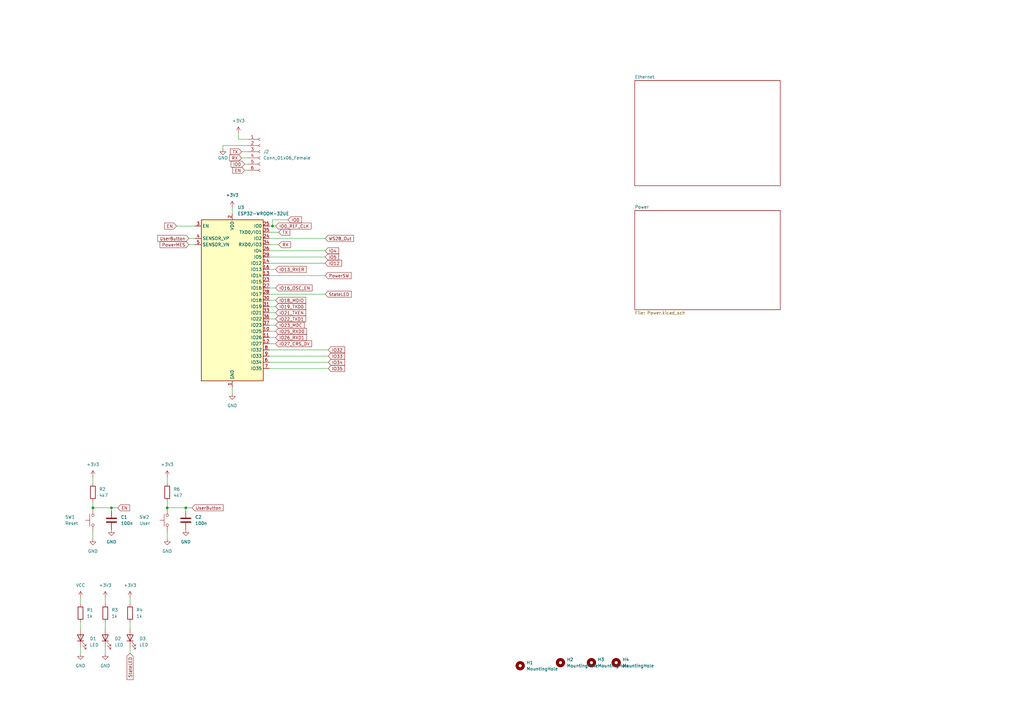
<source format=kicad_sch>
(kicad_sch (version 20231120) (generator "eeschema") (generator_version "8.0")
  (paper "A3")
  (lib_symbols
    (symbol "Connector:Conn_01x06_Female" (pin_names (offset 1.016) hide)
      (property "Reference" "J" (at 0 7.62 0))
      (property "Value" "Conn_01x06_Female" (at 0 -10.16 0))
      (symbol "Conn_01x06_Female_1_1"
        (arc (start 0 -7.112) (mid -0.5058 -7.62) (end 0 -8.128) (stroke (width 0.1524)))
        (arc (start 0 -4.572) (mid -0.5058 -5.08) (end 0 -5.588) (stroke (width 0.1524)))
        (arc (start 0 -2.032) (mid -0.5058 -2.54) (end 0 -3.048) (stroke (width 0.1524)))
        (polyline (pts (xy -1.27 -7.62) (xy -0.508 -7.62)) (stroke (width 0.1524)))
        (polyline (pts (xy -1.27 -5.08) (xy -0.508 -5.08)) (stroke (width 0.1524)))
        (polyline (pts (xy -1.27 -2.54) (xy -0.508 -2.54)) (stroke (width 0.1524)))
        (polyline (pts (xy -1.27 0) (xy -0.508 0)) (stroke (width 0.1524)))
        (polyline (pts (xy -1.27 2.54) (xy -0.508 2.54)) (stroke (width 0.1524)))
        (polyline (pts (xy -1.27 5.08) (xy -0.508 5.08)) (stroke (width 0.1524)))
        (arc (start 0 0.508) (mid -0.5058 0) (end 0 -0.508) (stroke (width 0.1524)))
        (arc (start 0 3.048) (mid -0.5058 2.54) (end 0 2.032) (stroke (width 0.1524)))
        (arc (start 0 5.588) (mid -0.5058 5.08) (end 0 4.572) (stroke (width 0.1524)))
        (pin passive line (at -5.08 5.08 0) (length 3.81) (name "Pin_1") (number "1"))
        (pin passive line (at -5.08 2.54 0) (length 3.81) (name "Pin_2") (number "2"))
        (pin passive line (at -5.08 0 0) (length 3.81) (name "Pin_3") (number "3"))
        (pin passive line (at -5.08 -2.54 0) (length 3.81) (name "Pin_4") (number "4"))
        (pin passive line (at -5.08 -5.08 0) (length 3.81) (name "Pin_5") (number "5"))
        (pin passive line (at -5.08 -7.62 0) (length 3.81) (name "Pin_6") (number "6"))
      )
    )
    (symbol "Device:C" (pin_numbers hide) (pin_names (offset 0.254))
      (property "Reference" "C" (at 0.635 2.54 0))
      (property "Value" "C" (at 0.635 -2.54 0))
      (symbol "C_0_1"
        (polyline (pts (xy -2.032 -0.762) (xy 2.032 -0.762)) (stroke (width 0.508)))
        (polyline (pts (xy -2.032 0.762) (xy 2.032 0.762)) (stroke (width 0.508)))
      )
      (symbol "C_1_1"
        (pin passive line (at 0 3.81 270) (length 2.794) (name "~") (number "1"))
        (pin passive line (at 0 -3.81 90) (length 2.794) (name "~") (number "2"))
      )
    )
    (symbol "Device:LED" (pin_numbers hide) (pin_names (offset 1.016) hide)
      (property "Reference" "D" (at 0 2.54 0))
      (property "Value" "LED" (at 0 -2.54 0))
      (symbol "LED_0_1"
        (polyline (pts (xy -1.27 -1.27) (xy -1.27 1.27)) (stroke (width 0.254)))
        (polyline (pts (xy -1.27 0) (xy 1.27 0)))
        (polyline (pts (xy 1.27 -1.27) (xy 1.27 1.27) (xy -1.27 0) (xy 1.27 -1.27)) (stroke (width 0.254)))
        (polyline (pts (xy -3.048 -0.762) (xy -4.572 -2.286) (xy -3.81 -2.286) (xy -4.572 -2.286) (xy -4.572 -1.524)))
        (polyline (pts (xy -1.778 -0.762) (xy -3.302 -2.286) (xy -2.54 -2.286) (xy -3.302 -2.286) (xy -3.302 -1.524)))
      )
      (symbol "LED_1_1"
        (pin passive line (at -3.81 0 0) (length 2.54) (name "K") (number "1"))
        (pin passive line (at 3.81 0 180) (length 2.54) (name "A") (number "2"))
      )
    )
    (symbol "Device:R" (pin_numbers hide) (pin_names (offset 0))
      (property "Reference" "R" (at 2.032 0 90))
      (property "Value" "R" (at 0 0 90))
      (symbol "R_0_1"
        (rectangle (start -1.016 -2.54) (end 1.016 2.54) (stroke (width 0.254)))
      )
      (symbol "R_1_1"
        (pin passive line (at 0 3.81 270) (length 1.27) (name "~") (number "1"))
        (pin passive line (at 0 -3.81 90) (length 1.27) (name "~") (number "2"))
      )
    )
    (symbol "Mechanical:MountingHole" (pin_names (offset 1.016))
      (property "Reference" "H" (at 0 5.08 0))
      (property "Value" "MountingHole" (at 0 3.175 0))
      (symbol "MountingHole_0_1"
        (circle (center 0 0) (radius 1.27) (stroke (width 1.27)))
      )
    )
    (symbol "RF_Module:ESP32-WROOM-32UE"
      (property "Reference" "U" (at -12.7 34.29 0))
      (property "Value" "ESP32-WROOM-32UE" (at 1.27 34.29 0))
      (symbol "ESP32-WROOM-32UE_0_1"
        (rectangle (start -12.7 33.02) (end 12.7 -33.02) (stroke (width 0.254)) (fill (type background)))
      )
      (symbol "ESP32-WROOM-32UE_1_1"
        (pin power_in line (at 0 -35.56 90) (length 2.54) (name "GND") (number "1"))
        (pin bidirectional line (at 15.24 -12.7 180) (length 2.54) (name "IO25") (number "10"))
        (pin bidirectional line (at 15.24 -15.24 180) (length 2.54) (name "IO26") (number "11"))
        (pin bidirectional line (at 15.24 -17.78 180) (length 2.54) (name "IO27") (number "12"))
        (pin bidirectional line (at 15.24 10.16 180) (length 2.54) (name "IO14") (number "13"))
        (pin bidirectional line (at 15.24 15.24 180) (length 2.54) (name "IO12") (number "14"))
        (pin passive line (at 0 -35.56 90) (length 2.54) hide (name "GND") (number "15"))
        (pin bidirectional line (at 15.24 12.7 180) (length 2.54) (name "IO13") (number "16"))
        (pin no_connect line (at -12.7 -5.08 0) (length 2.54) hide (name "NC") (number "17"))
        (pin no_connect line (at -12.7 -7.62 0) (length 2.54) hide (name "NC") (number "18"))
        (pin no_connect line (at -12.7 -12.7 0) (length 2.54) hide (name "NC") (number "19"))
        (pin power_in line (at 0 35.56 270) (length 2.54) (name "VDD") (number "2"))
        (pin no_connect line (at -12.7 -10.16 0) (length 2.54) hide (name "NC") (number "20"))
        (pin no_connect line (at -12.7 0 0) (length 2.54) hide (name "NC") (number "21"))
        (pin no_connect line (at -12.7 -2.54 0) (length 2.54) hide (name "NC") (number "22"))
        (pin bidirectional line (at 15.24 7.62 180) (length 2.54) (name "IO15") (number "23"))
        (pin bidirectional line (at 15.24 25.4 180) (length 2.54) (name "IO2") (number "24"))
        (pin bidirectional line (at 15.24 30.48 180) (length 2.54) (name "IO0") (number "25"))
        (pin bidirectional line (at 15.24 20.32 180) (length 2.54) (name "IO4") (number "26"))
        (pin bidirectional line (at 15.24 5.08 180) (length 2.54) (name "IO16") (number "27"))
        (pin bidirectional line (at 15.24 2.54 180) (length 2.54) (name "IO17") (number "28"))
        (pin bidirectional line (at 15.24 17.78 180) (length 2.54) (name "IO5") (number "29"))
        (pin input line (at -15.24 30.48 0) (length 2.54) (name "EN") (number "3"))
        (pin bidirectional line (at 15.24 0 180) (length 2.54) (name "IO18") (number "30"))
        (pin bidirectional line (at 15.24 -2.54 180) (length 2.54) (name "IO19") (number "31"))
        (pin no_connect line (at -12.7 -27.94 0) (length 2.54) hide (name "NC") (number "32"))
        (pin bidirectional line (at 15.24 -5.08 180) (length 2.54) (name "IO21") (number "33"))
        (pin bidirectional line (at 15.24 22.86 180) (length 2.54) (name "RXD0/IO3") (number "34"))
        (pin bidirectional line (at 15.24 27.94 180) (length 2.54) (name "TXD0/IO1") (number "35"))
        (pin bidirectional line (at 15.24 -7.62 180) (length 2.54) (name "IO22") (number "36"))
        (pin bidirectional line (at 15.24 -10.16 180) (length 2.54) (name "IO23") (number "37"))
        (pin passive line (at 0 -35.56 90) (length 2.54) hide (name "GND") (number "38"))
        (pin passive line (at 0 -35.56 90) (length 2.54) hide (name "GND") (number "39"))
        (pin input line (at -15.24 25.4 0) (length 2.54) (name "SENSOR_VP") (number "4"))
        (pin input line (at -15.24 22.86 0) (length 2.54) (name "SENSOR_VN") (number "5"))
        (pin input line (at 15.24 -25.4 180) (length 2.54) (name "IO34") (number "6"))
        (pin input line (at 15.24 -27.94 180) (length 2.54) (name "IO35") (number "7"))
        (pin bidirectional line (at 15.24 -20.32 180) (length 2.54) (name "IO32") (number "8"))
        (pin bidirectional line (at 15.24 -22.86 180) (length 2.54) (name "IO33") (number "9"))
      )
    )
    (symbol "Switch:SW_Push" (pin_numbers hide) (pin_names (offset 1.016) hide)
      (property "Reference" "SW" (at 1.27 2.54 0))
      (property "Value" "SW_Push" (at 0 -1.524 0))
      (symbol "SW_Push_0_1"
        (circle (center -2.032 0) (radius 0.508))
        (polyline (pts (xy 0 1.27) (xy 0 3.048)))
        (polyline (pts (xy 2.54 1.27) (xy -2.54 1.27)))
        (circle (center 2.032 0) (radius 0.508))
        (pin passive line (at -5.08 0 0) (length 2.54) (name "1") (number "1"))
        (pin passive line (at 5.08 0 180) (length 2.54) (name "2") (number "2"))
      )
    )
    (symbol "power:+3.3V" (power) (pin_names (offset 0))
      (property "Value" "+3.3V" (at 0 3.556 0))
      (symbol "+3.3V_0_1"
        (polyline (pts (xy -0.762 1.27) (xy 0 2.54)))
        (polyline (pts (xy 0 0) (xy 0 2.54)))
        (polyline (pts (xy 0 2.54) (xy 0.762 1.27)))
      )
      (symbol "+3.3V_1_1"
        (pin power_in line (at 0 0 90) (length 0) hide (name "+3V3") (number "1"))
      )
    )
    (symbol "power:+3V3" (power) (pin_names (offset 0))
      (property "Value" "+3V3" (at 0 3.556 0))
      (symbol "+3V3_0_1"
        (polyline (pts (xy -0.762 1.27) (xy 0 2.54)))
        (polyline (pts (xy 0 0) (xy 0 2.54)))
        (polyline (pts (xy 0 2.54) (xy 0.762 1.27)))
      )
      (symbol "+3V3_1_1"
        (pin power_in line (at 0 0 90) (length 0) hide (name "+3V3") (number "1"))
      )
    )
    (symbol "power:GND" (power) (pin_names (offset 0))
      (property "Value" "GND" (at 0 -3.81 0))
      (symbol "GND_0_1"
        (polyline (pts (xy 0 0) (xy 0 -1.27) (xy 1.27 -1.27) (xy 0 -2.54) (xy -1.27 -1.27) (xy 0 -1.27)))
      )
      (symbol "GND_1_1"
        (pin power_in line (at 0 0 270) (length 0) hide (name "GND") (number "1"))
      )
    )
    (symbol "power:VCC" (power) (pin_names (offset 0))
      (property "Value" "VCC" (at 0 3.81 0))
      (symbol "VCC_0_1"
        (polyline (pts (xy -0.762 1.27) (xy 0 2.54)))
        (polyline (pts (xy 0 0) (xy 0 2.54)))
        (polyline (pts (xy 0 2.54) (xy 0.762 1.27)))
      )
      (symbol "VCC_1_1"
        (pin power_in line (at 0 0 90) (length 0) hide (name "VCC") (number "1"))
      )
    )
  )
  (junction (at 38.1 208.28))
  (junction (at 111.76 92.71))
  (junction (at 76.2 208.28))
  (junction (at 45.72 208.28))
  (junction (at 68.58 208.28))
  (wire (pts (xy 97.79 57.15) (xy 97.79 54.61)))
  (wire (pts (xy 113.03 135.89) (xy 110.49 135.89)))
  (wire (pts (xy 68.58 218.44) (xy 68.58 220.98)))
  (wire (pts (xy 38.1 195.58) (xy 38.1 198.12)))
  (wire (pts (xy 113.03 110.49) (xy 110.49 110.49)))
  (wire (pts (xy 99.06 62.23) (xy 101.6 62.23)))
  (wire (pts (xy 38.1 218.44) (xy 38.1 220.98)))
  (wire (pts (xy 113.03 123.19) (xy 110.49 123.19)))
  (wire (pts (xy 113.03 128.27) (xy 110.49 128.27)))
  (wire (pts (xy 99.06 64.77) (xy 101.6 64.77)))
  (wire (pts (xy 77.47 100.33) (xy 80.01 100.33)))
  (wire (pts (xy 113.03 140.97) (xy 110.49 140.97)))
  (wire (pts (xy 134.62 148.59) (xy 110.49 148.59)))
  (wire (pts (xy 43.18 255.27) (xy 43.18 257.81)))
  (wire (pts (xy 111.76 90.17) (xy 111.76 92.71)))
  (wire (pts (xy 77.47 97.79) (xy 80.01 97.79)))
  (wire (pts (xy 118.11 90.17) (xy 111.76 90.17)))
  (wire (pts (xy 100.33 67.31) (xy 101.6 67.31)))
  (wire (pts (xy 43.18 265.43) (xy 43.18 267.97)))
  (wire (pts (xy 110.49 113.03) (xy 133.35 113.03)))
  (wire (pts (xy 68.58 208.28) (xy 76.2 208.28)))
  (wire (pts (xy 91.44 59.69) (xy 101.6 59.69)))
  (wire (pts (xy 76.2 208.28) (xy 78.74 208.28)))
  (wire (pts (xy 33.02 265.43) (xy 33.02 267.97)))
  (wire (pts (xy 38.1 208.28) (xy 45.72 208.28)))
  (wire (pts (xy 134.62 151.13) (xy 110.49 151.13)))
  (wire (pts (xy 134.62 146.05) (xy 110.49 146.05)))
  (wire (pts (xy 113.03 92.71) (xy 111.76 92.71)))
  (wire (pts (xy 114.3 100.33) (xy 110.49 100.33)))
  (wire (pts (xy 95.25 85.09) (xy 95.25 87.63)))
  (wire (pts (xy 113.03 125.73) (xy 110.49 125.73)))
  (wire (pts (xy 133.35 120.65) (xy 110.49 120.65)))
  (wire (pts (xy 113.03 138.43) (xy 110.49 138.43)))
  (wire (pts (xy 53.34 265.43) (xy 53.34 267.97)))
  (wire (pts (xy 68.58 195.58) (xy 68.58 198.12)))
  (wire (pts (xy 68.58 205.74) (xy 68.58 208.28)))
  (wire (pts (xy 76.2 209.55) (xy 76.2 208.28)))
  (wire (pts (xy 111.76 92.71) (xy 110.49 92.71)))
  (wire (pts (xy 110.49 118.11) (xy 113.03 118.11)))
  (wire (pts (xy 43.18 245.11) (xy 43.18 247.65)))
  (wire (pts (xy 133.35 97.79) (xy 110.49 97.79)))
  (wire (pts (xy 113.03 133.35) (xy 110.49 133.35)))
  (wire (pts (xy 33.02 245.11) (xy 33.02 247.65)))
  (wire (pts (xy 101.6 57.15) (xy 97.79 57.15)))
  (wire (pts (xy 134.62 143.51) (xy 110.49 143.51)))
  (wire (pts (xy 45.72 209.55) (xy 45.72 208.28)))
  (wire (pts (xy 133.35 107.95) (xy 110.49 107.95)))
  (wire (pts (xy 53.34 255.27) (xy 53.34 257.81)))
  (wire (pts (xy 95.25 161.29) (xy 95.25 158.75)))
  (wire (pts (xy 45.72 208.28) (xy 48.26 208.28)))
  (wire (pts (xy 133.35 105.41) (xy 110.49 105.41)))
  (wire (pts (xy 38.1 205.74) (xy 38.1 208.28)))
  (wire (pts (xy 72.39 92.71) (xy 80.01 92.71)))
  (wire (pts (xy 33.02 255.27) (xy 33.02 257.81)))
  (wire (pts (xy 91.44 60.96) (xy 91.44 59.69)))
  (wire (pts (xy 53.34 245.11) (xy 53.34 247.65)))
  (wire (pts (xy 114.3 95.25) (xy 110.49 95.25)))
  (wire (pts (xy 100.33 69.85) (xy 101.6 69.85)))
  (wire (pts (xy 113.03 130.81) (xy 110.49 130.81)))
  (wire (pts (xy 133.35 102.87) (xy 110.49 102.87)))
  (global_label "IO23_MDC" (shape input) (at 113.03 133.35 0) (property "Intersheetrefs" "${INTERSHEET_REFS}" (effects (hide yes))))
  (global_label "RX" (shape input) (at 114.3 100.33 0) (property "Intersheetrefs" "${INTERSHEET_REFS}" (effects (hide yes))))
  (global_label "StateLED" (shape input) (at 53.34 267.97 270) (property "Intersheetrefs" "${INTERSHEET_REFS}" (effects (hide yes))))
  (global_label "IO19_TXD0" (shape input) (at 113.03 125.73 0) (property "Intersheetrefs" "${INTERSHEET_REFS}" (effects (hide yes))))
  (global_label "IO33" (shape input) (at 134.62 146.05 0) (property "Intersheetrefs" "${INTERSHEET_REFS}" (effects (hide yes))))
  (global_label "IO16_OSC_EN" (shape input) (at 113.03 118.11 0) (property "Intersheetrefs" "${INTERSHEET_REFS}" (effects (hide yes))))
  (global_label "IO25_RXD0" (shape input) (at 113.03 135.89 0) (property "Intersheetrefs" "${INTERSHEET_REFS}" (effects (hide yes))))
  (global_label "TX" (shape input) (at 114.3 95.25 0) (property "Intersheetrefs" "${INTERSHEET_REFS}" (effects (hide yes))))
  (global_label "IO18_MDIO" (shape input) (at 113.03 123.19 0) (property "Intersheetrefs" "${INTERSHEET_REFS}" (effects (hide yes))))
  (global_label "StateLED" (shape input) (at 133.35 120.65 0) (property "Intersheetrefs" "${INTERSHEET_REFS}" (effects (hide yes))))
  (global_label "IO27_CRS_DV" (shape input) (at 113.03 140.97 0) (property "Intersheetrefs" "${INTERSHEET_REFS}" (effects (hide yes))))
  (global_label "UserButton" (shape input) (at 77.47 97.79 180) (property "Intersheetrefs" "${INTERSHEET_REFS}" (effects (hide yes))))
  (global_label "IO21_TXEN" (shape input) (at 113.03 128.27 0) (property "Intersheetrefs" "${INTERSHEET_REFS}" (effects (hide yes))))
  (global_label "IO32" (shape input) (at 134.62 143.51 0) (property "Intersheetrefs" "${INTERSHEET_REFS}" (effects (hide yes))))
  (global_label "IO35" (shape input) (at 134.62 151.13 0) (property "Intersheetrefs" "${INTERSHEET_REFS}" (effects (hide yes))))
  (global_label "PowerMES" (shape input) (at 77.47 100.33 180) (property "Intersheetrefs" "${INTERSHEET_REFS}" (effects (hide yes))))
  (global_label "IO0" (shape input) (at 100.33 67.31 180) (property "Intersheetrefs" "${INTERSHEET_REFS}" (effects (hide yes))))
  (global_label "IO5" (shape input) (at 133.35 105.41 0) (property "Intersheetrefs" "${INTERSHEET_REFS}" (effects (hide yes))))
  (global_label "IO22_TXD1" (shape input) (at 113.03 130.81 0) (property "Intersheetrefs" "${INTERSHEET_REFS}" (effects (hide yes))))
  (global_label "EN" (shape input) (at 48.26 208.28 0) (property "Intersheetrefs" "${INTERSHEET_REFS}" (effects (hide yes))))
  (global_label "IO13_RXER" (shape input) (at 113.03 110.49 0) (property "Intersheetrefs" "${INTERSHEET_REFS}" (effects (hide yes))))
  (global_label "WS28_Out" (shape input) (at 133.35 97.79 0) (property "Intersheetrefs" "${INTERSHEET_REFS}" (effects (hide yes))))
  (global_label "RX" (shape input) (at 99.06 64.77 180) (property "Intersheetrefs" "${INTERSHEET_REFS}" (effects (hide yes))))
  (global_label "IO0" (shape input) (at 118.11 90.17 0) (property "Intersheetrefs" "${INTERSHEET_REFS}" (effects (hide yes))))
  (global_label "PowerSW" (shape input) (at 133.35 113.03 0) (property "Intersheetrefs" "${INTERSHEET_REFS}" (effects (hide yes))))
  (global_label "IO12" (shape input) (at 133.35 107.95 0) (property "Intersheetrefs" "${INTERSHEET_REFS}" (effects (hide yes))))
  (global_label "IO0_REF_CLK" (shape input) (at 113.03 92.71 0) (property "Intersheetrefs" "${INTERSHEET_REFS}" (effects (hide yes))))
  (global_label "EN" (shape input) (at 72.39 92.71 180) (property "Intersheetrefs" "${INTERSHEET_REFS}" (effects (hide yes))))
  (global_label "IO26_RXD1" (shape input) (at 113.03 138.43 0) (property "Intersheetrefs" "${INTERSHEET_REFS}" (effects (hide yes))))
  (global_label "TX" (shape input) (at 99.06 62.23 180) (property "Intersheetrefs" "${INTERSHEET_REFS}" (effects (hide yes))))
  (global_label "EN" (shape input) (at 100.33 69.85 180) (property "Intersheetrefs" "${INTERSHEET_REFS}" (effects (hide yes))))
  (global_label "IO34" (shape input) (at 134.62 148.59 0) (property "Intersheetrefs" "${INTERSHEET_REFS}" (effects (hide yes))))
  (global_label "IO4" (shape input) (at 133.35 102.87 0) (property "Intersheetrefs" "${INTERSHEET_REFS}" (effects (hide yes))))
  (global_label "UserButton" (shape input) (at 78.74 208.28 0) (property "Intersheetrefs" "${INTERSHEET_REFS}" (effects (hide yes))))
  (symbol (lib_id "Mechanical:MountingHole") (at 242.57 271.78 0) (unit 1)
    (property "Reference" "H3" (at 245.11 270.5099 0) (effects (justify left)))
    (property "Value" "MountingHole" (at 245.11 273.0499 0) (effects (justify left)))
    (property "Footprint" "MountingHole:MountingHole_2.1mm" (effects (hide yes)))
  )
  (symbol (lib_id "power:GND") (at 43.18 267.97 0) (unit 1)
    (property "Reference" "#PWR07" (effects (hide yes)))
    (property "Value" "GND" (at 43.18 273.05 0))
  )
  (symbol (lib_id "Device:R") (at 38.1 201.93 0) (unit 1)
    (property "Reference" "R2" (at 40.64 200.6599 0) (effects (justify left)))
    (property "Value" "4k7" (at 40.64 203.1999 0) (effects (justify left)))
    (property "Footprint" "Capacitor_SMD:C_0402_1005Metric" (effects (hide yes)))
  )
  (symbol (lib_id "power:GND") (at 38.1 220.98 0) (unit 1)
    (property "Reference" "#PWR04" (effects (hide yes)))
    (property "Value" "GND" (at 38.1 226.06 0))
  )
  (symbol (lib_id "power:GND") (at 95.25 161.29 0) (unit 1)
    (property "Reference" "#PWR017" (effects (hide yes)))
    (property "Value" "GND" (at 95.25 166.37 0))
  )
  (symbol (lib_id "power:+3.3V") (at 68.58 195.58 0) (unit 1)
    (property "Reference" "#PWR011" (effects (hide yes)))
    (property "Value" "+3V3" (at 68.58 190.5 0))
  )
  (symbol (lib_id "Device:C") (at 45.72 213.36 0) (unit 1)
    (property "Reference" "C1" (at 49.53 212.0899 0) (effects (justify left)))
    (property "Value" "100n" (at 49.53 214.6299 0) (effects (justify left)))
    (property "Footprint" "Capacitor_SMD:C_0402_1005Metric" (effects (hide yes)))
  )
  (symbol (lib_id "Device:R") (at 43.18 251.46 0) (unit 1)
    (property "Reference" "R3" (at 45.72 250.1899 0) (effects (justify left)))
    (property "Value" "1k" (at 45.72 252.7299 0) (effects (justify left)))
    (property "Footprint" "Resistor_SMD:R_0402_1005Metric" (effects (hide yes)))
  )
  (symbol (lib_id "Mechanical:MountingHole") (at 229.87 271.78 0) (unit 1)
    (property "Reference" "H2" (at 232.41 270.5099 0) (effects (justify left)))
    (property "Value" "MountingHole" (at 232.41 273.0499 0) (effects (justify left)))
    (property "Footprint" "MountingHole:MountingHole_2.1mm" (effects (hide yes)))
  )
  (symbol (lib_id "Connector:Conn_01x06_Female") (at 106.68 62.23 0) (unit 1)
    (property "Reference" "J2" (at 107.95 62.2299 0) (effects (justify left)))
    (property "Value" "Conn_01x06_Female" (at 107.95 64.7699 0) (effects (justify left)))
    (property "Footprint" "Connector_PinHeader_2.54mm:PinHeader_1x06_P2.54mm_Vertical" (effects (hide yes)))
  )
  (symbol (lib_id "power:+3.3V") (at 38.1 195.58 0) (unit 1)
    (property "Reference" "#PWR03" (effects (hide yes)))
    (property "Value" "+3V3" (at 38.1 190.5 0))
  )
  (symbol (lib_id "RF_Module:ESP32-WROOM-32UE") (at 95.25 123.19 0) (unit 1)
    (property "Reference" "U3" (at 97.4441 85.09 0) (effects (justify left)))
    (property "Value" "ESP32-WROOM-32UE" (at 97.4441 87.63 0) (effects (justify left)))
    (property "Footprint" "RF_Module:ESP32-WROOM-32UE" (effects (hide yes)))
    (property "Datasheet" "https://www.espressif.com/sites/default/files/documentation/esp32-wroom-32e_esp32-wroom-32ue_datasheet_en.pdf" (effects (hide yes)))
    (property "Description" "RF Module, ESP32-D0WD-V3 SoC, without PSRAM, Wi-Fi 802.11b/g/n, Bluetooth, BLE, 32-bit, 2.7-3.6V, external antenna, SMD" (effects (hide yes)))
  )
  (symbol (lib_id "Mechanical:MountingHole") (at 213.36 273.05 0) (unit 1)
    (property "Reference" "H1" (at 215.9 271.7799 0) (effects (justify left)))
    (property "Value" "MountingHole" (at 215.9 274.3199 0) (effects (justify left)))
    (property "Footprint" "MountingHole:MountingHole_2.1mm" (effects (hide yes)))
  )
  (symbol (lib_id "power:GND") (at 91.44 60.96 0) (unit 1)
    (property "Reference" "#PWR015" (effects (hide yes)))
    (property "Value" "GND" (at 91.44 64.77 0))
  )
  (symbol (lib_id "Device:R") (at 53.34 251.46 0) (unit 1)
    (property "Reference" "R4" (at 55.88 250.1899 0) (effects (justify left)))
    (property "Value" "1k" (at 55.88 252.7299 0) (effects (justify left)))
    (property "Footprint" "Resistor_SMD:R_0402_1005Metric" (effects (hide yes)))
  )
  (symbol (lib_id "Mechanical:MountingHole") (at 252.73 271.78 0) (unit 1)
    (property "Reference" "H4" (at 255.27 270.5099 0) (effects (justify left)))
    (property "Value" "MountingHole" (at 255.27 273.0499 0) (effects (justify left)))
    (property "Footprint" "MountingHole:MountingHole_2.1mm" (effects (hide yes)))
  )
  (symbol (lib_id "power:+3V3") (at 95.25 85.09 0) (unit 1)
    (property "Reference" "#PWR016" (effects (hide yes)))
    (property "Value" "+3V3" (at 95.25 80.01 0))
  )
  (symbol (lib_id "power:+3.3V") (at 53.34 245.11 0) (unit 1)
    (property "Reference" "#PWR09" (effects (hide yes)))
    (property "Value" "+3V3" (at 53.34 240.03 0))
  )
  (symbol (lib_id "power:+3V3") (at 97.79 54.61 0) (unit 1)
    (property "Reference" "#PWR018" (effects (hide yes)))
    (property "Value" "+3V3" (at 97.79 49.53 0))
  )
  (symbol (lib_id "power:GND") (at 45.72 217.17 0) (unit 1)
    (property "Reference" "#PWR08" (effects (hide yes)))
    (property "Value" "GND" (at 45.72 222.25 0))
  )
  (symbol (lib_id "power:GND") (at 68.58 220.98 0) (unit 1)
    (property "Reference" "#PWR012" (effects (hide yes)))
    (property "Value" "GND" (at 68.58 226.06 0))
  )
  (symbol (lib_id "Device:R") (at 33.02 251.46 0) (unit 1)
    (property "Reference" "R1" (at 35.56 250.1899 0) (effects (justify left)))
    (property "Value" "1k" (at 35.56 252.7299 0) (effects (justify left)))
    (property "Footprint" "Resistor_SMD:R_0402_1005Metric" (effects (hide yes)))
  )
  (symbol (lib_id "Switch:SW_Push") (at 68.58 213.36 90) (unit 1)
    (property "Reference" "SW2" (at 57.15 212.09 90) (effects (justify right)))
    (property "Value" "User" (at 57.15 214.63 90) (effects (justify right)))
    (property "Footprint" "Button_Switch_SMD:SW_SPST_TL3342" (effects (hide yes)))
  )
  (symbol (lib_id "power:GND") (at 33.02 267.97 0) (unit 1)
    (property "Reference" "#PWR02" (effects (hide yes)))
    (property "Value" "GND" (at 33.02 273.05 0))
  )
  (symbol (lib_id "power:+3.3V") (at 43.18 245.11 0) (unit 1)
    (property "Reference" "#PWR06" (effects (hide yes)))
    (property "Value" "+3V3" (at 43.18 240.03 0))
  )
  (symbol (lib_id "Device:LED") (at 53.34 261.62 90) (unit 1)
    (property "Reference" "D3" (at 57.15 261.9374 90) (effects (justify right)))
    (property "Value" "LED" (at 57.15 264.4774 90) (effects (justify right)))
    (property "Footprint" "LED_SMD:LED_0402_1005Metric" (effects (hide yes)))
  )
  (symbol (lib_id "Device:LED") (at 33.02 261.62 90) (unit 1)
    (property "Reference" "D1" (at 36.83 261.9374 90) (effects (justify right)))
    (property "Value" "LED" (at 36.83 264.4774 90) (effects (justify right)))
    (property "Footprint" "LED_SMD:LED_0402_1005Metric" (effects (hide yes)))
  )
  (symbol (lib_id "power:GND") (at 76.2 217.17 0) (unit 1)
    (property "Reference" "#PWR014" (effects (hide yes)))
    (property "Value" "GND" (at 76.2 222.25 0))
  )
  (symbol (lib_id "power:VCC") (at 33.02 245.11 0) (unit 1)
    (property "Reference" "#PWR01" (effects (hide yes)))
    (property "Value" "VCC" (at 33.02 240.03 0))
  )
  (symbol (lib_id "Switch:SW_Push") (at 38.1 213.36 90) (unit 1)
    (property "Reference" "SW1" (at 26.67 212.09 90) (effects (justify right)))
    (property "Value" "Reset" (at 26.67 214.63 90) (effects (justify right)))
    (property "Footprint" "Button_Switch_SMD:SW_SPST_TL3342" (effects (hide yes)))
  )
  (symbol (lib_id "Device:LED") (at 43.18 261.62 90) (unit 1)
    (property "Reference" "D2" (at 46.99 261.9374 90) (effects (justify right)))
    (property "Value" "LED" (at 46.99 264.4774 90) (effects (justify right)))
    (property "Footprint" "LED_SMD:LED_0402_1005Metric" (effects (hide yes)))
  )
  (symbol (lib_id "Device:C") (at 76.2 213.36 0) (unit 1)
    (property "Reference" "C2" (at 80.01 212.0899 0) (effects (justify left)))
    (property "Value" "100n" (at 80.01 214.6299 0) (effects (justify left)))
    (property "Footprint" "Capacitor_SMD:C_0402_1005Metric" (effects (hide yes)))
  )
  (symbol (lib_id "Device:R") (at 68.58 201.93 0) (unit 1)
    (property "Reference" "R6" (at 71.12 200.6599 0) (effects (justify left)))
    (property "Value" "4k7" (at 71.12 203.1999 0) (effects (justify left)))
    (property "Footprint" "Capacitor_SMD:C_0402_1005Metric" (effects (hide yes)))
  )
  (sheet (at 260.35 33.02) (size 59.69 43.18) (stroke (width 0.1524))
    (property "Sheetname" "Ethernet" (at 260.35 32.3084 0) (effects (justify left bottom)))
    (property "Sheetfile" "Ethernet.kicad_sch" (effects (hide yes)))
  )
  (sheet (at 260.35 86.36) (size 59.69 40.64) (stroke (width 0.1524))
    (property "Sheetname" "Power" (at 260.35 85.6484 0) (effects (justify left bottom)))
    (property "Sheetfile" "Power.kicad_sch" (at 260.35 127.5846 0) (effects (justify left top)))
  )
)
</source>
